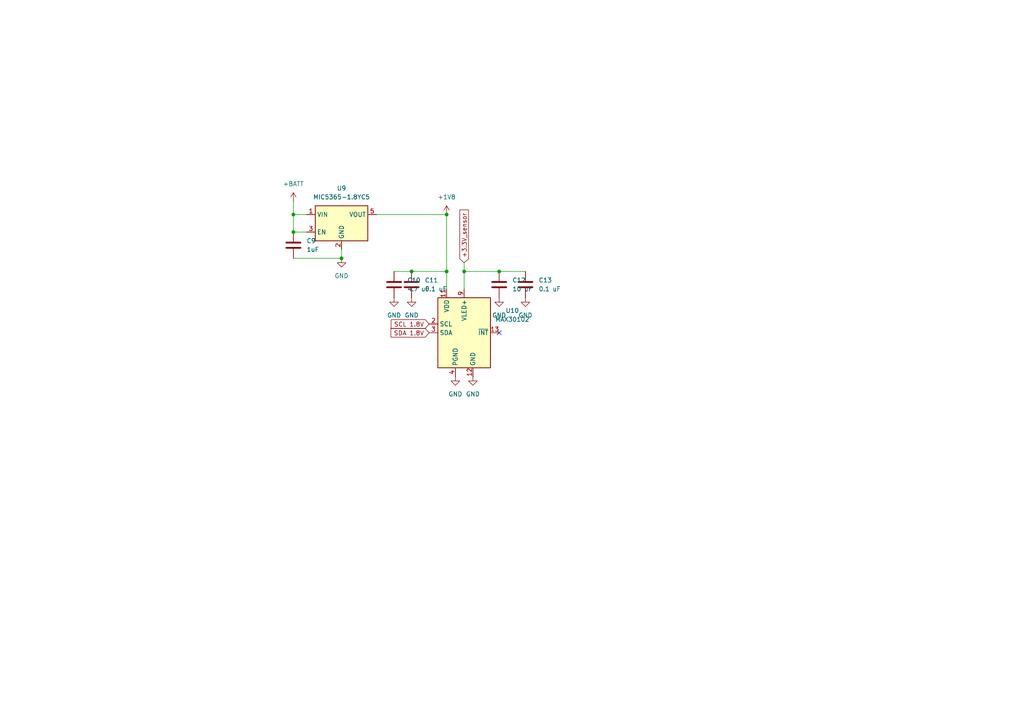
<source format=kicad_sch>
(kicad_sch (version 20250114) (generator "eeschema") (generator_version "9.0")
  (paper "A4")
  (lib_symbols
    (symbol "Device:C" (pin_numbers (hide yes)) (pin_names (offset 0.254))
      (property "Reference" "C" (at 0.635 2.54 0))
      (property "Value" "C" (at 0.635 -2.54 0))
      (symbol "C_0_1"
        (polyline (pts (xy -2.032 0.762) (xy 2.032 0.762)) (stroke (width 0.508)))
        (polyline (pts (xy -2.032 -0.762) (xy 2.032 -0.762)) (stroke (width 0.508)))
      )
      (symbol "C_1_1"
        (pin passive line (at 0 3.81 270) (length 2.794) (name "~") (number "1"))
        (pin passive line (at 0 -3.81 90) (length 2.794) (name "~") (number "2"))
      )
    )
    (symbol "Regulator_Linear:MIC5365-1.8YC5"
      (property "Reference" "U" (at -6.35 6.35 0))
      (property "Value" "MIC5365-1.8YC5" (at 0 6.35 0))
      (symbol "MIC5365-1.8YC5_0_1"
        (rectangle (start -7.62 -5.08) (end 7.62 5.08) (stroke (width 0.254)) (fill (type background)))
      )
      (symbol "MIC5365-1.8YC5_1_1"
        (pin power_in line (at -10.16 2.54 0) (length 2.54) (name "VIN") (number "1"))
        (pin input line (at -10.16 -2.54 0) (length 2.54) (name "EN") (number "3"))
        (pin power_in line (at 0 -7.62 90) (length 2.54) (name "GND") (number "2"))
        (pin no_connect line (at 7.62 -2.54 180) (length 2.54) (hide yes) (name "NC") (number "4"))
        (pin power_out line (at 10.16 2.54 180) (length 2.54) (name "VOUT") (number "5"))
      )
    )
    (symbol "Sensor:MAX30102"
      (property "Reference" "U" (at 7.62 15.24 0))
      (property "Value" "MAX30102" (at 7.62 12.7 0))
      (symbol "MAX30102_0_1"
        (rectangle (start -7.62 10.16) (end 7.62 -10.16) (stroke (width 0.254)) (fill (type background)))
      )
      (symbol "MAX30102_1_1"
        (pin input line (at -10.16 2.54 0) (length 2.54) (name "SCL") (number "2"))
        (pin bidirectional line (at -10.16 0 0) (length 2.54) (name "SDA") (number "3"))
        (pin no_connect line (at -7.62 5.08 0) (length 2.54) (hide yes) (name "NC") (number "1"))
        (pin no_connect line (at -7.62 -2.54 0) (length 2.54) (hide yes) (name "NC") (number "7"))
        (pin power_in line (at -5.08 12.7 270) (length 2.54) (name "VDD") (number "11"))
        (pin power_in line (at -2.54 -12.7 90) (length 2.54) (name "PGND") (number "4"))
        (pin passive line (at 0 12.7 270) (length 2.54) (hide yes) (name "VLED+") (number "10"))
        (pin power_in line (at 0 12.7 270) (length 2.54) (name "VLED+") (number "9"))
        (pin power_in line (at 2.54 -12.7 90) (length 2.54) (name "GND") (number "12"))
        (pin no_connect line (at 7.62 5.08 180) (length 2.54) (hide yes) (name "NC") (number "8"))
        (pin no_connect line (at 7.62 2.54 180) (length 2.54) (hide yes) (name "NC") (number "14"))
        (pin no_connect line (at 7.62 -5.08 180) (length 2.54) (hide yes) (name "NC") (number "6"))
        (pin no_connect line (at 7.62 -7.62 180) (length 2.54) (hide yes) (name "NC") (number "5"))
        (pin output line (at 10.16 0 180) (length 2.54) (name "~{INT}") (number "13"))
      )
    )
    (symbol "power:+1V8" (power) (pin_numbers (hide yes)) (pin_names (offset 0) (hide yes))
      (property "Value" "+1V8" (at 0 3.556 0))
      (symbol "+1V8_0_1"
        (polyline (pts (xy -0.762 1.27) (xy 0 2.54)))
        (polyline (pts (xy 0 2.54) (xy 0.762 1.27)))
        (polyline (pts (xy 0 0) (xy 0 2.54)))
      )
      (symbol "+1V8_1_1"
        (pin power_in line (at 0 0 90) (length 0) (name "~") (number "1"))
      )
    )
    (symbol "power:+BATT" (power) (pin_numbers (hide yes)) (pin_names (offset 0) (hide yes))
      (property "Value" "+BATT" (at 0 3.556 0))
      (symbol "+BATT_0_1"
        (polyline (pts (xy -0.762 1.27) (xy 0 2.54)))
        (polyline (pts (xy 0 2.54) (xy 0.762 1.27)))
        (polyline (pts (xy 0 0) (xy 0 2.54)))
      )
      (symbol "+BATT_1_1"
        (pin power_in line (at 0 0 90) (length 0) (name "~") (number "1"))
      )
    )
    (symbol "power:GND" (power) (pin_numbers (hide yes)) (pin_names (offset 0) (hide yes))
      (property "Value" "GND" (at 0 -3.81 0))
      (symbol "GND_0_1"
        (polyline (pts (xy 0 0) (xy 0 -1.27) (xy 1.27 -1.27) (xy 0 -2.54) (xy -1.27 -1.27) (xy 0 -1.27)))
      )
      (symbol "GND_1_1"
        (pin power_in line (at 0 0 270) (length 0) (name "~") (number "1"))
      )
    )
  )
  (junction (at 99.06 74.93))
  (junction (at 144.78 78.74))
  (junction (at 134.62 78.74))
  (junction (at 129.54 78.74))
  (junction (at 85.09 62.23))
  (junction (at 129.54 62.23))
  (junction (at 119.38 78.74))
  (junction (at 85.09 67.31))
  (no_connect (at 144.78 96.52))
  (wire (pts (xy 114.3 78.74) (xy 119.38 78.74)))
  (wire (pts (xy 144.78 78.74) (xy 152.4 78.74)))
  (wire (pts (xy 85.09 62.23) (xy 88.9 62.23)))
  (wire (pts (xy 129.54 78.74) (xy 129.54 83.82)))
  (wire (pts (xy 129.54 62.23) (xy 129.54 78.74)))
  (wire (pts (xy 85.09 74.93) (xy 99.06 74.93)))
  (wire (pts (xy 129.54 62.23) (xy 109.22 62.23)))
  (wire (pts (xy 134.62 78.74) (xy 144.78 78.74)))
  (wire (pts (xy 85.09 67.31) (xy 85.09 62.23)))
  (wire (pts (xy 134.62 83.82) (xy 134.62 78.74)))
  (wire (pts (xy 99.06 72.39) (xy 99.06 74.93)))
  (wire (pts (xy 88.9 67.31) (xy 85.09 67.31)))
  (wire (pts (xy 119.38 78.74) (xy 129.54 78.74)))
  (wire (pts (xy 134.62 76.2) (xy 134.62 78.74)))
  (wire (pts (xy 85.09 58.42) (xy 85.09 62.23)))
  (global_label "SDA 1.8V" (shape input) (at 124.46 96.52 180) (property "Intersheetrefs" "${INTERSHEET_REFS}" (effects (hide yes))))
  (global_label "SCL 1.8V" (shape input) (at 124.46 93.98 180) (property "Intersheetrefs" "${INTERSHEET_REFS}" (effects (hide yes))))
  (global_label "+3.3V_sensor" (shape input) (at 134.62 76.2 90) (property "Intersheetrefs" "${INTERSHEET_REFS}" (effects (hide yes))))
  (symbol (lib_id "power:GND") (at 114.3 86.36 0) (unit 1)
    (property "Reference" "#PWR041" (effects (hide yes)))
    (property "Value" "GND" (at 114.3 91.44 0))
    (property "Description" "Power symbol creates a global label with name \"GND\" , ground" (effects (hide yes)))
  )
  (symbol (lib_id "power:+BATT") (at 85.09 58.42 0) (unit 1)
    (property "Reference" "#PWR039" (effects (hide yes)))
    (property "Value" "+BATT" (at 85.09 53.34 0))
    (property "Description" "Power symbol creates a global label with name \"+BATT\"" (effects (hide yes)))
  )
  (symbol (lib_id "Device:C") (at 144.78 82.55 180) (unit 1)
    (property "Reference" "C12" (at 148.59 81.2799 0) (effects (justify right)))
    (property "Value" "10 uF" (at 148.59 83.8199 0) (effects (justify right)))
    (property "Footprint" "Capacitor_SMD:C_0402_1005Metric" (effects (hide yes)))
    (property "Description" "Unpolarized capacitor" (effects (hide yes)))
  )
  (symbol (lib_id "Regulator_Linear:MIC5365-1.8YC5") (at 99.06 64.77 0) (unit 1)
    (property "Reference" "U9" (at 99.06 54.61 0))
    (property "Value" "MIC5365-1.8YC5" (at 99.06 57.15 0))
    (property "Footprint" "Package_TO_SOT_SMD:SOT-353_SC-70-5" (effects (hide yes)))
    (property "Datasheet" "https://ww1.microchip.com/downloads/aemDocuments/documents/APID/ProductDocuments/DataSheets/MIC5365-6-High-Performance-Single-150mA-LDO-DS20006605A.pdf" (effects (hide yes)))
    (property "Description" "150mA Low-dropout Voltage Regulator, Vout 1.8V, Vin up to 5.5V, SC-70-5" (effects (hide yes)))
  )
  (symbol (lib_id "power:GND") (at 137.16 109.22 0) (unit 1)
    (property "Reference" "#PWR044" (effects (hide yes)))
    (property "Value" "GND" (at 137.16 114.3 0))
    (property "Description" "Power symbol creates a global label with name \"GND\" , ground" (effects (hide yes)))
  )
  (symbol (lib_id "Sensor:MAX30102") (at 134.62 96.52 0) (unit 1)
    (property "Reference" "U10" (at 148.59 90.0998 0))
    (property "Value" "MAX30102" (at 148.59 92.6398 0))
    (property "Footprint" "OptoDevice:Maxim_OLGA-14_3.3x5.6mm_P0.8mm" (effects (hide yes)))
    (property "Datasheet" "https://datasheets.maximintegrated.com/en/ds/MAX30102.pdf" (effects (hide yes)))
    (property "Description" "Heart Rate Sensor, 14-OLGA" (effects (hide yes)))
  )
  (symbol (lib_id "Device:C") (at 114.3 82.55 0) (unit 1)
    (property "Reference" "C10" (at 118.11 81.2799 0) (effects (justify left)))
    (property "Value" "4.7 uF" (at 118.11 83.8199 0) (effects (justify left)))
    (property "Footprint" "Capacitor_SMD:C_0402_1005Metric" (effects (hide yes)))
    (property "Description" "Unpolarized capacitor" (effects (hide yes)))
  )
  (symbol (lib_id "Device:C") (at 119.38 82.55 0) (unit 1)
    (property "Reference" "C11" (at 123.19 81.2799 0) (effects (justify left)))
    (property "Value" "0.1 uF" (at 123.19 83.8199 0) (effects (justify left)))
    (property "Footprint" "Capacitor_SMD:C_0402_1005Metric" (effects (hide yes)))
    (property "Description" "Unpolarized capacitor" (effects (hide yes)))
  )
  (symbol (lib_id "power:GND") (at 144.78 86.36 0) (unit 1)
    (property "Reference" "#PWR045" (effects (hide yes)))
    (property "Value" "GND" (at 144.78 91.44 0))
    (property "Description" "Power symbol creates a global label with name \"GND\" , ground" (effects (hide yes)))
  )
  (symbol (lib_id "power:GND") (at 152.4 86.36 0) (unit 1)
    (property "Reference" "#PWR046" (effects (hide yes)))
    (property "Value" "GND" (at 152.4 91.44 0))
    (property "Description" "Power symbol creates a global label with name \"GND\" , ground" (effects (hide yes)))
  )
  (symbol (lib_id "power:GND") (at 119.38 86.36 0) (unit 1)
    (property "Reference" "#PWR042" (effects (hide yes)))
    (property "Value" "GND" (at 119.38 91.44 0))
    (property "Description" "Power symbol creates a global label with name \"GND\" , ground" (effects (hide yes)))
  )
  (symbol (lib_id "power:GND") (at 132.08 109.22 0) (unit 1)
    (property "Reference" "#PWR043" (effects (hide yes)))
    (property "Value" "GND" (at 132.08 114.3 0))
    (property "Description" "Power symbol creates a global label with name \"GND\" , ground" (effects (hide yes)))
  )
  (symbol (lib_id "power:GND") (at 99.06 74.93 0) (unit 1)
    (property "Reference" "#PWR040" (effects (hide yes)))
    (property "Value" "GND" (at 99.06 80.01 0))
    (property "Description" "Power symbol creates a global label with name \"GND\" , ground" (effects (hide yes)))
  )
  (symbol (lib_id "Device:C") (at 85.09 71.12 0) (unit 1)
    (property "Reference" "C9" (at 88.9 69.8499 0) (effects (justify left)))
    (property "Value" "1uF" (at 88.9 72.3899 0) (effects (justify left)))
    (property "Footprint" "Capacitor_SMD:C_0402_1005Metric" (effects (hide yes)))
    (property "Description" "Unpolarized capacitor" (effects (hide yes)))
  )
  (symbol (lib_id "Device:C") (at 152.4 82.55 0) (unit 1)
    (property "Reference" "C13" (at 156.21 81.2799 0) (effects (justify left)))
    (property "Value" "0.1 uF" (at 156.21 83.8199 0) (effects (justify left)))
    (property "Footprint" "Capacitor_SMD:C_0402_1005Metric" (effects (hide yes)))
    (property "Description" "Unpolarized capacitor" (effects (hide yes)))
  )
  (symbol (lib_id "power:+1V8") (at 129.54 62.23 0) (unit 1)
    (property "Reference" "#PWR080" (effects (hide yes)))
    (property "Value" "+1V8" (at 129.54 57.15 0))
    (property "Description" "Power symbol creates a global label with name \"+1V8\"" (effects (hide yes)))
  )
)
</source>
